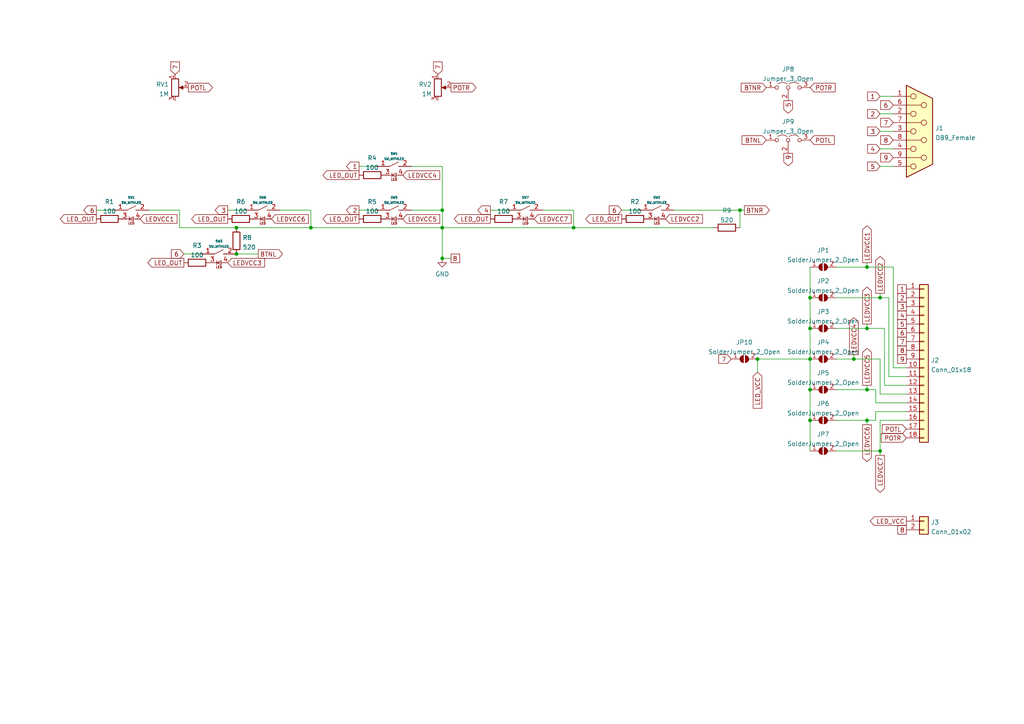
<source format=kicad_sch>
(kicad_sch (version 20211123) (generator eeschema)
  (paper "A4")
  (title_block (title "JoyKeyMX") (date "2022-10-11") (rev "A") (company "Decent Consulting"))
  (lib_symbols
    (symbol "Connector:DB9_Female" (pin_names (offset 1.016) hide)
      (property "Reference" "J" (at 0 13.97 0))
      (property "Value" "DB9_Female" (at 0 -14.605 0))
      (symbol "DB9_Female_0_1"
        (circle (center -1.778 -10.16) (radius 0.762))
        (circle (center -1.778 -5.08) (radius 0.762))
        (circle (center -1.778 0) (radius 0.762))
        (circle (center -1.778 5.08) (radius 0.762))
        (circle (center -1.778 10.16) (radius 0.762))
        (polyline (pts (xy -3.81 -10.16) (xy -2.54 -10.16)))
        (polyline (pts (xy -3.81 -7.62) (xy 0.508 -7.62)))
        (polyline (pts (xy -3.81 -5.08) (xy -2.54 -5.08)))
        (polyline (pts (xy -3.81 -2.54) (xy 0.508 -2.54)))
        (polyline (pts (xy -3.81 0) (xy -2.54 0)))
        (polyline (pts (xy -3.81 2.54) (xy 0.508 2.54)))
        (polyline (pts (xy -3.81 5.08) (xy -2.54 5.08)))
        (polyline (pts (xy -3.81 7.62) (xy 0.508 7.62)))
        (polyline (pts (xy -3.81 10.16) (xy -2.54 10.16)))
        (polyline (pts (xy -3.81 13.335) (xy -3.81 -13.335) (xy 3.81 -9.525) (xy 3.81 9.525) (xy -3.81 13.335)) (stroke (width 0.254)) (fill (type background)))
        (circle (center 1.27 -7.62) (radius 0.762))
        (circle (center 1.27 -2.54) (radius 0.762))
        (circle (center 1.27 2.54) (radius 0.762))
        (circle (center 1.27 7.62) (radius 0.762))
      )
      (symbol "DB9_Female_1_1"
        (pin passive line (at -7.62 10.16 0) (length 3.81) (name "1") (number "1"))
        (pin passive line (at -7.62 5.08 0) (length 3.81) (name "2") (number "2"))
        (pin passive line (at -7.62 0 0) (length 3.81) (name "3") (number "3"))
        (pin passive line (at -7.62 -5.08 0) (length 3.81) (name "4") (number "4"))
        (pin passive line (at -7.62 -10.16 0) (length 3.81) (name "5") (number "5"))
        (pin passive line (at -7.62 7.62 0) (length 3.81) (name "6") (number "6"))
        (pin passive line (at -7.62 2.54 0) (length 3.81) (name "7") (number "7"))
        (pin passive line (at -7.62 -2.54 0) (length 3.81) (name "8") (number "8"))
        (pin passive line (at -7.62 -7.62 0) (length 3.81) (name "9") (number "9"))
      )
    )
    (symbol "Connector_Generic:Conn_01x02" (pin_names (offset 1.016) hide)
      (property "Reference" "J" (at 0 2.54 0))
      (property "Value" "Conn_01x02" (at 0 -5.08 0))
      (symbol "Conn_01x02_1_1"
        (rectangle (start -1.27 -2.413) (end 0 -2.667) (stroke (width 0.1524)))
        (rectangle (start -1.27 0.127) (end 0 -0.127) (stroke (width 0.1524)))
        (rectangle (start -1.27 1.27) (end 1.27 -3.81) (stroke (width 0.254)) (fill (type background)))
        (pin passive line (at -5.08 0 0) (length 3.81) (name "Pin_1") (number "1"))
        (pin passive line (at -5.08 -2.54 0) (length 3.81) (name "Pin_2") (number "2"))
      )
    )
    (symbol "Connector_Generic:Conn_01x18" (pin_names (offset 1.016) hide)
      (property "Reference" "J" (at 0 22.86 0))
      (property "Value" "Conn_01x18" (at 0 -25.4 0))
      (symbol "Conn_01x18_1_1"
        (rectangle (start -1.27 -22.733) (end 0 -22.987) (stroke (width 0.1524)))
        (rectangle (start -1.27 -20.193) (end 0 -20.447) (stroke (width 0.1524)))
        (rectangle (start -1.27 -17.653) (end 0 -17.907) (stroke (width 0.1524)))
        (rectangle (start -1.27 -15.113) (end 0 -15.367) (stroke (width 0.1524)))
        (rectangle (start -1.27 -12.573) (end 0 -12.827) (stroke (width 0.1524)))
        (rectangle (start -1.27 -10.033) (end 0 -10.287) (stroke (width 0.1524)))
        (rectangle (start -1.27 -7.493) (end 0 -7.747) (stroke (width 0.1524)))
        (rectangle (start -1.27 -4.953) (end 0 -5.207) (stroke (width 0.1524)))
        (rectangle (start -1.27 -2.413) (end 0 -2.667) (stroke (width 0.1524)))
        (rectangle (start -1.27 0.127) (end 0 -0.127) (stroke (width 0.1524)))
        (rectangle (start -1.27 2.667) (end 0 2.413) (stroke (width 0.1524)))
        (rectangle (start -1.27 5.207) (end 0 4.953) (stroke (width 0.1524)))
        (rectangle (start -1.27 7.747) (end 0 7.493) (stroke (width 0.1524)))
        (rectangle (start -1.27 10.287) (end 0 10.033) (stroke (width 0.1524)))
        (rectangle (start -1.27 12.827) (end 0 12.573) (stroke (width 0.1524)))
        (rectangle (start -1.27 15.367) (end 0 15.113) (stroke (width 0.1524)))
        (rectangle (start -1.27 17.907) (end 0 17.653) (stroke (width 0.1524)))
        (rectangle (start -1.27 20.447) (end 0 20.193) (stroke (width 0.1524)))
        (rectangle (start -1.27 21.59) (end 1.27 -24.13) (stroke (width 0.254)) (fill (type background)))
        (pin passive line (at -5.08 20.32 0) (length 3.81) (name "Pin_1") (number "1"))
        (pin passive line (at -5.08 -2.54 0) (length 3.81) (name "Pin_10") (number "10"))
        (pin passive line (at -5.08 -5.08 0) (length 3.81) (name "Pin_11") (number "11"))
        (pin passive line (at -5.08 -7.62 0) (length 3.81) (name "Pin_12") (number "12"))
        (pin passive line (at -5.08 -10.16 0) (length 3.81) (name "Pin_13") (number "13"))
        (pin passive line (at -5.08 -12.7 0) (length 3.81) (name "Pin_14") (number "14"))
        (pin passive line (at -5.08 -15.24 0) (length 3.81) (name "Pin_15") (number "15"))
        (pin passive line (at -5.08 -17.78 0) (length 3.81) (name "Pin_16") (number "16"))
        (pin passive line (at -5.08 -20.32 0) (length 3.81) (name "Pin_17") (number "17"))
        (pin passive line (at -5.08 -22.86 0) (length 3.81) (name "Pin_18") (number "18"))
        (pin passive line (at -5.08 17.78 0) (length 3.81) (name "Pin_2") (number "2"))
        (pin passive line (at -5.08 15.24 0) (length 3.81) (name "Pin_3") (number "3"))
        (pin passive line (at -5.08 12.7 0) (length 3.81) (name "Pin_4") (number "4"))
        (pin passive line (at -5.08 10.16 0) (length 3.81) (name "Pin_5") (number "5"))
        (pin passive line (at -5.08 7.62 0) (length 3.81) (name "Pin_6") (number "6"))
        (pin passive line (at -5.08 5.08 0) (length 3.81) (name "Pin_7") (number "7"))
        (pin passive line (at -5.08 2.54 0) (length 3.81) (name "Pin_8") (number "8"))
        (pin passive line (at -5.08 0 0) (length 3.81) (name "Pin_9") (number "9"))
      )
    )
    (symbol "Device:R" (pin_numbers hide) (pin_names (offset 0))
      (property "Reference" "R" (at 2.032 0 90))
      (property "Value" "R" (at 0 0 90))
      (symbol "R_0_1"
        (rectangle (start -1.016 -2.54) (end 1.016 2.54) (stroke (width 0.254)))
      )
      (symbol "R_1_1"
        (pin passive line (at 0 3.81 270) (length 1.27) (name "~") (number "1"))
        (pin passive line (at 0 -3.81 90) (length 1.27) (name "~") (number "2"))
      )
    )
    (symbol "Device:R_Potentiometer" (pin_names (offset 1.016) hide)
      (property "Reference" "RV" (at -4.445 0 90))
      (property "Value" "R_Potentiometer" (at -2.54 0 90))
      (symbol "R_Potentiometer_0_1"
        (polyline (pts (xy 2.54 0) (xy 1.524 0)))
        (polyline (pts (xy 1.143 0) (xy 2.286 0.508) (xy 2.286 -0.508) (xy 1.143 0)) (fill (type outline)))
        (rectangle (start 1.016 2.54) (end -1.016 -2.54) (stroke (width 0.254)))
      )
      (symbol "R_Potentiometer_1_1"
        (pin passive line (at 0 3.81 270) (length 1.27) (name "1") (number "1"))
        (pin passive line (at 3.81 0 180) (length 1.27) (name "2") (number "2"))
        (pin passive line (at 0 -3.81 90) (length 1.27) (name "3") (number "3"))
      )
    )
    (symbol "Jumper:Jumper_3_Open" (pin_names (offset 0) hide)
      (property "Reference" "JP" (at -2.54 -2.54 0))
      (property "Value" "Jumper_3_Open" (at 0 2.794 0))
      (symbol "Jumper_3_Open_0_0"
        (circle (center -3.302 0) (radius 0.508))
        (circle (center 0 0) (radius 0.508))
        (circle (center 3.302 0) (radius 0.508))
      )
      (symbol "Jumper_3_Open_0_1"
        (arc (start -0.254 1.016) (mid -1.651 1.4992) (end -3.048 1.016))
        (polyline (pts (xy 0 -0.508) (xy 0 -1.27)))
        (arc (start 3.048 1.016) (mid 1.651 1.4992) (end 0.254 1.016))
      )
      (symbol "Jumper_3_Open_1_1"
        (pin passive line (at -6.35 0 0) (length 2.54) (name "A") (number "1"))
        (pin input line (at 0 -3.81 90) (length 2.54) (name "C") (number "2"))
        (pin passive line (at 6.35 0 180) (length 2.54) (name "B") (number "3"))
      )
    )
    (symbol "Jumper:SolderJumper_2_Open" (pin_names (offset 0) hide)
      (property "Reference" "JP" (at 0 2.032 0))
      (property "Value" "SolderJumper_2_Open" (at 0 -2.54 0))
      (symbol "SolderJumper_2_Open_0_1"
        (arc (start -0.254 1.016) (mid -1.27 0) (end -0.254 -1.016))
        (arc (start -0.254 1.016) (mid -1.27 0) (end -0.254 -1.016) (fill (type outline)))
        (polyline (pts (xy -0.254 1.016) (xy -0.254 -1.016)))
        (polyline (pts (xy 0.254 1.016) (xy 0.254 -1.016)))
        (arc (start 0.254 -1.016) (mid 1.27 0) (end 0.254 1.016))
        (arc (start 0.254 -1.016) (mid 1.27 0) (end 0.254 1.016) (fill (type outline)))
      )
      (symbol "SolderJumper_2_Open_1_1"
        (pin passive line (at -3.81 0 0) (length 2.54) (name "A") (number "1"))
        (pin passive line (at 3.81 0 180) (length 2.54) (name "B") (number "2"))
      )
    )
    (symbol "UniversalSwitchWithLED:SW_WITHLED" (pin_names (offset 1.016))
      (property "Reference" "SW" (at 0 -0.635 0))
      (property "Value" "SW_WITHLED" (at 0 2.54 0))
      (symbol "SW_WITHLED_0_0"
        (text "LED" (at 0 -3.81 0) (effects (font (size 0.635 0.635))))
      )
      (symbol "SW_WITHLED_0_1"
        (polyline (pts (xy -1.27 0) (xy 1.27 1.27)))
        (polyline (pts (xy -0.635 -3.175) (xy -0.635 -1.905)))
        (polyline (pts (xy 1.27 -2.54) (xy -1.27 -2.54)))
        (polyline (pts (xy -0.635 -2.54) (xy 0.635 -1.905) (xy 0.635 -3.175) (xy -0.635 -2.54)))
      )
      (symbol "SW_WITHLED_1_1"
        (pin input line (at -5.08 0 0) (length 3.81) (name "~") (number "1"))
        (pin input line (at 5.08 0 180) (length 3.81) (name "~") (number "2"))
        (pin input line (at -2.54 -2.54 0) (length 1.27) (name "~") (number "3"))
        (pin input line (at 2.54 -2.54 180) (length 1.27) (name "~") (number "4"))
      )
    )
    (symbol "power:GND" (power) (pin_names (offset 0))
      (property "Value" "GND" (at 0 -3.81 0))
      (symbol "GND_0_1"
        (polyline (pts (xy 0 0) (xy 0 -1.27) (xy 1.27 -1.27) (xy 0 -2.54) (xy -1.27 -1.27) (xy 0 -1.27)))
      )
      (symbol "GND_1_1"
        (pin power_in line (at 0 0 270) (length 0) hide (name "GND") (number "1"))
      )
    )
  )
  (junction (at 255.27 130.81))
  (junction (at 128.27 60.96))
  (junction (at 234.95 95.25))
  (junction (at 166.37 66.04))
  (junction (at 255.27 86.36))
  (junction (at 128.27 74.93))
  (junction (at 128.27 66.04))
  (junction (at 251.46 121.92))
  (junction (at 251.46 95.25))
  (junction (at 251.46 113.03))
  (junction (at 214.63 60.96))
  (junction (at 234.95 104.14))
  (junction (at 251.46 77.47))
  (junction (at 234.95 86.36))
  (junction (at 234.95 113.03))
  (junction (at 219.71 104.14))
  (junction (at 247.65 104.14))
  (junction (at 68.58 66.04))
  (junction (at 234.95 121.92))
  (junction (at 68.58 73.66))
  (junction (at 90.17 66.04))
  (wire (pts (xy 234.95 104.14) (xy 234.95 113.03)))
  (wire (pts (xy 255.27 114.3) (xy 255.27 104.14)))
  (wire (pts (xy 255.27 27.94) (xy 259.08 27.94)))
  (wire (pts (xy 255.27 121.92) (xy 262.89 121.92)))
  (wire (pts (xy 257.81 86.36) (xy 255.27 86.36)))
  (wire (pts (xy 234.95 86.36) (xy 234.95 95.25)))
  (wire (pts (xy 255.27 33.02) (xy 259.08 33.02)))
  (wire (pts (xy 128.27 60.96) (xy 128.27 66.04)))
  (wire (pts (xy 142.24 60.96) (xy 147.32 60.96)))
  (wire (pts (xy 251.46 77.47) (xy 242.57 77.47)))
  (wire (pts (xy 251.46 111.76) (xy 251.46 113.03)))
  (wire (pts (xy 259.08 106.68) (xy 262.89 106.68)))
  (wire (pts (xy 104.14 60.96) (xy 109.22 60.96)))
  (wire (pts (xy 234.95 121.92) (xy 234.95 130.81)))
  (wire (pts (xy 81.28 60.96) (xy 90.17 60.96)))
  (wire (pts (xy 251.46 76.2) (xy 251.46 77.47)))
  (wire (pts (xy 251.46 121.92) (xy 251.46 123.19)))
  (wire (pts (xy 254 121.92) (xy 251.46 121.92)))
  (wire (pts (xy 254 116.84) (xy 262.89 116.84)))
  (wire (pts (xy 215.9 60.96) (xy 214.63 60.96)))
  (wire (pts (xy 255.27 130.81) (xy 255.27 132.08)))
  (wire (pts (xy 66.04 60.96) (xy 71.12 60.96)))
  (wire (pts (xy 247.65 102.87) (xy 247.65 104.14)))
  (wire (pts (xy 257.81 109.22) (xy 262.89 109.22)))
  (wire (pts (xy 128.27 60.96) (xy 119.38 60.96)))
  (wire (pts (xy 251.46 113.03) (xy 242.57 113.03)))
  (wire (pts (xy 255.27 48.26) (xy 259.08 48.26)))
  (wire (pts (xy 251.46 93.98) (xy 251.46 95.25)))
  (wire (pts (xy 254 113.03) (xy 251.46 113.03)))
  (wire (pts (xy 130.81 74.93) (xy 128.27 74.93)))
  (wire (pts (xy 251.46 95.25) (xy 242.57 95.25)))
  (wire (pts (xy 214.63 60.96) (xy 214.63 66.04)))
  (wire (pts (xy 256.54 111.76) (xy 262.89 111.76)))
  (wire (pts (xy 255.27 104.14) (xy 247.65 104.14)))
  (wire (pts (xy 255.27 130.81) (xy 255.27 121.92)))
  (wire (pts (xy 214.63 60.96) (xy 195.58 60.96)))
  (wire (pts (xy 219.71 107.95) (xy 219.71 104.14)))
  (wire (pts (xy 166.37 66.04) (xy 207.01 66.04)))
  (wire (pts (xy 254 116.84) (xy 254 113.03)))
  (wire (pts (xy 256.54 111.76) (xy 256.54 95.25)))
  (wire (pts (xy 68.58 73.66) (xy 74.93 73.66)))
  (wire (pts (xy 255.27 114.3) (xy 262.89 114.3)))
  (wire (pts (xy 119.38 48.26) (xy 128.27 48.26)))
  (wire (pts (xy 52.07 66.04) (xy 68.58 66.04)))
  (wire (pts (xy 128.27 48.26) (xy 128.27 60.96)))
  (wire (pts (xy 259.08 77.47) (xy 251.46 77.47)))
  (wire (pts (xy 257.81 109.22) (xy 257.81 86.36)))
  (wire (pts (xy 157.48 60.96) (xy 166.37 60.96)))
  (wire (pts (xy 259.08 106.68) (xy 259.08 77.47)))
  (wire (pts (xy 254 119.38) (xy 262.89 119.38)))
  (wire (pts (xy 255.27 130.81) (xy 242.57 130.81)))
  (wire (pts (xy 52.07 60.96) (xy 52.07 66.04)))
  (wire (pts (xy 251.46 121.92) (xy 242.57 121.92)))
  (wire (pts (xy 255.27 43.18) (xy 259.08 43.18)))
  (wire (pts (xy 90.17 60.96) (xy 90.17 66.04)))
  (wire (pts (xy 27.94 60.96) (xy 33.02 60.96)))
  (wire (pts (xy 255.27 86.36) (xy 242.57 86.36)))
  (wire (pts (xy 68.58 66.04) (xy 90.17 66.04)))
  (wire (pts (xy 219.71 104.14) (xy 234.95 104.14)))
  (wire (pts (xy 180.34 60.96) (xy 185.42 60.96)))
  (wire (pts (xy 166.37 60.96) (xy 166.37 66.04)))
  (wire (pts (xy 254 119.38) (xy 254 121.92)))
  (wire (pts (xy 247.65 104.14) (xy 242.57 104.14)))
  (wire (pts (xy 128.27 66.04) (xy 166.37 66.04)))
  (wire (pts (xy 43.18 60.96) (xy 52.07 60.96)))
  (wire (pts (xy 53.34 73.66) (xy 58.42 73.66)))
  (wire (pts (xy 104.14 48.26) (xy 109.22 48.26)))
  (wire (pts (xy 255.27 38.1) (xy 259.08 38.1)))
  (wire (pts (xy 234.95 77.47) (xy 234.95 86.36)))
  (wire (pts (xy 255.27 85.09) (xy 255.27 86.36)))
  (wire (pts (xy 234.95 113.03) (xy 234.95 121.92)))
  (wire (pts (xy 90.17 66.04) (xy 128.27 66.04)))
  (wire (pts (xy 128.27 74.93) (xy 128.27 66.04)))
  (wire (pts (xy 256.54 95.25) (xy 251.46 95.25)))
  (wire (pts (xy 234.95 95.25) (xy 234.95 104.14)))
  (global_label "2" (shape output) (at 104.14 60.96 180) (property "Intersheet References" "${INTERSHEET_REFS}" (effects hide)))
  (global_label "7" (shape input) (at 259.08 35.56 180) (property "Intersheet References" "${INTERSHEET_REFS}" (effects hide)))
  (global_label "6" (shape input) (at 53.34 73.66 180) (property "Intersheet References" "${INTERSHEET_REFS}" (effects hide)))
  (global_label "LEDVCC7" (shape input) (at 154.94 63.5 0) (property "Intersheet References" "${INTERSHEET_REFS}" (effects hide)))
  (global_label "3" (shape passive) (at 262.89 88.9 180) (property "Intersheet References" "${INTERSHEET_REFS}" (effects hide)))
  (global_label "POTR" (shape output) (at 130.81 25.4 0) (property "Intersheet References" "${INTERSHEET_REFS}" (effects hide)))
  (global_label "9" (shape passive) (at 262.89 104.14 180) (property "Intersheet References" "${INTERSHEET_REFS}" (effects hide)))
  (global_label "3" (shape output) (at 66.04 60.96 180) (property "Intersheet References" "${INTERSHEET_REFS}" (effects hide)))
  (global_label "LED_OUT" (shape output) (at 53.34 76.2 180) (property "Intersheet References" "${INTERSHEET_REFS}" (effects hide)))
  (global_label "LEDVCC6" (shape output) (at 251.46 123.19 270) (property "Intersheet References" "${INTERSHEET_REFS}" (effects hide)))
  (global_label "7" (shape input) (at 212.09 104.14 180) (property "Intersheet References" "${INTERSHEET_REFS}" (effects hide)))
  (global_label "8" (shape input) (at 259.08 40.64 180) (property "Intersheet References" "${INTERSHEET_REFS}" (effects hide)))
  (global_label "8" (shape passive) (at 262.89 101.6 180) (property "Intersheet References" "${INTERSHEET_REFS}" (effects hide)))
  (global_label "LEDVCC3" (shape input) (at 66.04 76.2 0) (property "Intersheet References" "${INTERSHEET_REFS}" (effects hide)))
  (global_label "LEDVCC4" (shape output) (at 247.65 102.87 90) (property "Intersheet References" "${INTERSHEET_REFS}" (effects hide)))
  (global_label "POTL" (shape input) (at 262.89 124.46 180) (property "Intersheet References" "${INTERSHEET_REFS}" (effects hide)))
  (global_label "LEDVCC7" (shape output) (at 255.27 132.08 270) (property "Intersheet References" "${INTERSHEET_REFS}" (effects hide)))
  (global_label "9" (shape input) (at 259.08 45.72 180) (property "Intersheet References" "${INTERSHEET_REFS}" (effects hide)))
  (global_label "LED_OUT" (shape output) (at 142.24 63.5 180) (property "Intersheet References" "${INTERSHEET_REFS}" (effects hide)))
  (global_label "LEDVCC6" (shape input) (at 78.74 63.5 0) (property "Intersheet References" "${INTERSHEET_REFS}" (effects hide)))
  (global_label "LEDVCC1" (shape output) (at 251.46 76.2 90) (property "Intersheet References" "${INTERSHEET_REFS}" (effects hide)))
  (global_label "POTL" (shape output) (at 54.61 25.4 0) (property "Intersheet References" "${INTERSHEET_REFS}" (effects hide)))
  (global_label "POTR" (shape input) (at 262.89 127 180) (property "Intersheet References" "${INTERSHEET_REFS}" (effects hide)))
  (global_label "LEDVCC4" (shape input) (at 116.84 50.8 0) (property "Intersheet References" "${INTERSHEET_REFS}" (effects hide)))
  (global_label "LED_VCC" (shape input) (at 219.71 107.95 270) (property "Intersheet References" "${INTERSHEET_REFS}" (effects hide)))
  (global_label "POTR" (shape input) (at 234.95 25.4 0) (property "Intersheet References" "${INTERSHEET_REFS}" (effects hide)))
  (global_label "5" (shape passive) (at 262.89 93.98 180) (property "Intersheet References" "${INTERSHEET_REFS}" (effects hide)))
  (global_label "BTNR" (shape output) (at 215.9 60.96 0) (property "Intersheet References" "${INTERSHEET_REFS}" (effects hide)))
  (global_label "9" (shape output) (at 228.6 44.45 270) (property "Intersheet References" "${INTERSHEET_REFS}" (effects hide)))
  (global_label "LED_OUT" (shape output) (at 180.34 63.5 180) (property "Intersheet References" "${INTERSHEET_REFS}" (effects hide)))
  (global_label "7" (shape input) (at 50.8 21.59 90) (property "Intersheet References" "${INTERSHEET_REFS}" (effects hide)))
  (global_label "LED_OUT" (shape output) (at 104.14 50.8 180) (property "Intersheet References" "${INTERSHEET_REFS}" (effects hide)))
  (global_label "LEDVCC2" (shape output) (at 255.27 85.09 90) (property "Intersheet References" "${INTERSHEET_REFS}" (effects hide)))
  (global_label "LEDVCC5" (shape input) (at 116.84 63.5 0) (property "Intersheet References" "${INTERSHEET_REFS}" (effects hide)))
  (global_label "LEDVCC2" (shape input) (at 193.04 63.5 0) (property "Intersheet References" "${INTERSHEET_REFS}" (effects hide)))
  (global_label "LEDVCC1" (shape input) (at 40.64 63.5 0) (property "Intersheet References" "${INTERSHEET_REFS}" (effects hide)))
  (global_label "7" (shape passive) (at 262.89 99.06 180) (property "Intersheet References" "${INTERSHEET_REFS}" (effects hide)))
  (global_label "1" (shape output) (at 104.14 48.26 180) (property "Intersheet References" "${INTERSHEET_REFS}" (effects hide)))
  (global_label "POTL" (shape input) (at 234.95 40.64 0) (property "Intersheet References" "${INTERSHEET_REFS}" (effects hide)))
  (global_label "5" (shape input) (at 255.27 48.26 180) (property "Intersheet References" "${INTERSHEET_REFS}" (effects hide)))
  (global_label "BTNL" (shape input) (at 222.25 40.64 180) (property "Intersheet References" "${INTERSHEET_REFS}" (effects hide)))
  (global_label "5" (shape output) (at 228.6 29.21 270) (property "Intersheet References" "${INTERSHEET_REFS}" (effects hide)))
  (global_label "3" (shape input) (at 255.27 38.1 180) (property "Intersheet References" "${INTERSHEET_REFS}" (effects hide)))
  (global_label "4" (shape passive) (at 262.89 91.44 180) (property "Intersheet References" "${INTERSHEET_REFS}" (effects hide)))
  (global_label "6" (shape output) (at 27.94 60.96 180) (property "Intersheet References" "${INTERSHEET_REFS}" (effects hide)))
  (global_label "LED_OUT" (shape output) (at 104.14 63.5 180) (property "Intersheet References" "${INTERSHEET_REFS}" (effects hide)))
  (global_label "LEDVCC3" (shape output) (at 251.46 93.98 90) (property "Intersheet References" "${INTERSHEET_REFS}" (effects hide)))
  (global_label "4" (shape output) (at 142.24 60.96 180) (property "Intersheet References" "${INTERSHEET_REFS}" (effects hide)))
  (global_label "LED_VCC" (shape output) (at 262.89 151.13 180) (property "Intersheet References" "${INTERSHEET_REFS}" (effects hide)))
  (global_label "1" (shape passive) (at 262.89 83.82 180) (property "Intersheet References" "${INTERSHEET_REFS}" (effects hide)))
  (global_label "1" (shape input) (at 255.27 27.94 180) (property "Intersheet References" "${INTERSHEET_REFS}" (effects hide)))
  (global_label "6" (shape input) (at 180.34 60.96 180) (property "Intersheet References" "${INTERSHEET_REFS}" (effects hide)))
  (global_label "BTNL" (shape output) (at 74.93 73.66 0) (property "Intersheet References" "${INTERSHEET_REFS}" (effects hide)))
  (global_label "BTNR" (shape input) (at 222.25 25.4 180) (property "Intersheet References" "${INTERSHEET_REFS}" (effects hide)))
  (global_label "LED_OUT" (shape output) (at 66.04 63.5 180) (property "Intersheet References" "${INTERSHEET_REFS}" (effects hide)))
  (global_label "6" (shape passive) (at 262.89 96.52 180) (property "Intersheet References" "${INTERSHEET_REFS}" (effects hide)))
  (global_label "8" (shape passive) (at 130.81 74.93 0) (property "Intersheet References" "${INTERSHEET_REFS}" (effects hide)))
  (global_label "8" (shape passive) (at 262.89 153.67 180) (property "Intersheet References" "${INTERSHEET_REFS}" (effects hide)))
  (global_label "2" (shape input) (at 255.27 33.02 180) (property "Intersheet References" "${INTERSHEET_REFS}" (effects hide)))
  (global_label "7" (shape input) (at 127 21.59 90) (property "Intersheet References" "${INTERSHEET_REFS}" (effects hide)))
  (global_label "2" (shape passive) (at 262.89 86.36 180) (property "Intersheet References" "${INTERSHEET_REFS}" (effects hide)))
  (global_label "LEDVCC5" (shape output) (at 251.46 111.76 90) (property "Intersheet References" "${INTERSHEET_REFS}" (effects hide)))
  (global_label "4" (shape input) (at 255.27 43.18 180) (property "Intersheet References" "${INTERSHEET_REFS}" (effects hide)))
  (global_label "LED_OUT" (shape output) (at 27.94 63.5 180) (property "Intersheet References" "${INTERSHEET_REFS}" (effects hide)))
  (global_label "6" (shape input) (at 259.08 30.48 180) (property "Intersheet References" "${INTERSHEET_REFS}" (effects hide)))
  (symbol (lib_id "Device:R") (at 107.95 63.5 90) (unit 1)
    (property "Reference" "R5" (at 107.95 58.5175 90))
    (property "Value" "100" (at 107.95 61.2926 90))
    (property "Footprint" "Resistor_THT:R_Axial_DIN0207_L6.3mm_D2.5mm_P7.62mm_Horizontal" (effects hide))
  )
  (symbol (lib_id "Jumper:SolderJumper_2_Open") (at 238.76 121.92 0) (unit 1)
    (property "Reference" "JP6" (at 238.76 117.0645 0))
    (property "Value" "SolderJumper_2_Open" (at 238.76 119.8396 0))
    (property "Footprint" "Jumper:SolderJumper-2_P1.3mm_Open_TrianglePad1.0x1.5mm" (effects hide))
  )
  (symbol (lib_id "Jumper:SolderJumper_2_Open") (at 238.76 113.03 0) (unit 1)
    (property "Reference" "JP5" (at 238.76 108.1745 0))
    (property "Value" "SolderJumper_2_Open" (at 238.76 110.9496 0))
    (property "Footprint" "Jumper:SolderJumper-2_P1.3mm_Open_TrianglePad1.0x1.5mm" (effects hide))
  )
  (symbol (lib_id "power:GND") (at 128.27 74.93 0) (unit 1)
    (property "Reference" "#PWR0102" (effects hide))
    (property "Value" "GND" (at 128.27 79.4925 0))
  )
  (symbol (lib_id "Jumper:SolderJumper_2_Open") (at 238.76 104.14 0) (unit 1)
    (property "Reference" "JP4" (at 238.76 99.2845 0))
    (property "Value" "SolderJumper_2_Open" (at 238.76 102.0596 0))
    (property "Footprint" "Jumper:SolderJumper-2_P1.3mm_Open_TrianglePad1.0x1.5mm" (effects hide))
  )
  (symbol (lib_id "Connector:DB9_Female") (at 266.7 38.1 0) (unit 1)
    (property "Reference" "J1" (at 271.272 37.1915 0) (effects (justify left)))
    (property "Value" "DB9_Female" (at 271.272 39.9666 0) (effects (justify left)))
    (property "Footprint" "Connector_Dsub:DSUB-9_Female_Horizontal_P2.77x2.54mm_EdgePinOffset9.40mm" (effects hide))
    (property "Datasheet" " ~" (effects hide))
  )
  (symbol (lib_id "UniversalSwitchWithLED:SW_WITHLED") (at 38.1 60.96 0) (unit 1)
    (property "Reference" "SW1" (at 38.1 57.2622 0) (effects (font (size 0.635 0.635))))
    (property "Value" "SW_WITHLED" (at 38.1 58.7768 0) (effects (font (size 0.635 0.635))))
    (property "Footprint" "Universal-Switch-Footprint:MX-ALPs-PG1350-LED-FLIP" (effects hide))
  )
  (symbol (lib_id "Device:R") (at 184.15 63.5 90) (unit 1)
    (property "Reference" "R2" (at 184.15 58.5175 90))
    (property "Value" "100" (at 184.15 61.2926 90))
    (property "Footprint" "Resistor_THT:R_Axial_DIN0207_L6.3mm_D2.5mm_P7.62mm_Horizontal" (effects hide))
  )
  (symbol (lib_id "Device:R") (at 68.58 69.85 0) (unit 1)
    (property "Reference" "R8" (at 70.358 68.9415 0) (effects (justify left)))
    (property "Value" "520" (at 70.358 71.7166 0) (effects (justify left)))
    (property "Footprint" "Resistor_THT:R_Axial_DIN0207_L6.3mm_D2.5mm_P7.62mm_Horizontal" (effects hide))
  )
  (symbol (lib_id "UniversalSwitchWithLED:SW_WITHLED") (at 190.5 60.96 0) (unit 1)
    (property "Reference" "SW2" (at 190.5 57.2622 0) (effects (font (size 0.635 0.635))))
    (property "Value" "SW_WITHLED" (at 190.5 58.7768 0) (effects (font (size 0.635 0.635))))
    (property "Footprint" "Universal-Switch-Footprint:MX-ALPs-PG1350-LED-FLIP" (effects hide))
  )
  (symbol (lib_id "Device:R") (at 57.15 76.2 90) (unit 1)
    (property "Reference" "R3" (at 57.15 71.2175 90))
    (property "Value" "100" (at 57.15 73.9926 90))
    (property "Footprint" "Resistor_THT:R_Axial_DIN0207_L6.3mm_D2.5mm_P7.62mm_Horizontal" (effects hide))
  )
  (symbol (lib_id "UniversalSwitchWithLED:SW_WITHLED") (at 152.4 60.96 0) (unit 1)
    (property "Reference" "SW7" (at 152.4 57.2622 0) (effects (font (size 0.635 0.635))))
    (property "Value" "SW_WITHLED" (at 152.4 58.7768 0) (effects (font (size 0.635 0.635))))
    (property "Footprint" "Universal-Switch-Footprint:MX-ALPs-PG1350-LED-FLIP" (effects hide))
  )
  (symbol (lib_id "Device:R") (at 210.82 66.04 90) (unit 1)
    (property "Reference" "R9" (at 210.82 61.0575 90))
    (property "Value" "520" (at 210.82 63.8326 90))
    (property "Footprint" "Resistor_THT:R_Axial_DIN0207_L6.3mm_D2.5mm_P7.62mm_Horizontal" (effects hide))
  )
  (symbol (lib_id "UniversalSwitchWithLED:SW_WITHLED") (at 114.3 60.96 0) (unit 1)
    (property "Reference" "SW5" (at 114.3 57.2622 0) (effects (font (size 0.635 0.635))))
    (property "Value" "SW_WITHLED" (at 114.3 58.7768 0) (effects (font (size 0.635 0.635))))
    (property "Footprint" "Universal-Switch-Footprint:MX-ALPs-PG1350-LED-FLIP" (effects hide))
  )
  (symbol (lib_id "Jumper:SolderJumper_2_Open") (at 238.76 95.25 0) (unit 1)
    (property "Reference" "JP3" (at 238.76 90.3945 0))
    (property "Value" "SolderJumper_2_Open" (at 238.76 93.1696 0))
    (property "Footprint" "Jumper:SolderJumper-2_P1.3mm_Open_TrianglePad1.0x1.5mm" (effects hide))
  )
  (symbol (lib_id "Device:R_Potentiometer") (at 127 25.4 0) (unit 1)
    (property "Reference" "RV2" (at 125.2221 24.4915 0) (effects (justify right)))
    (property "Value" "1M" (at 125.2221 27.2666 0) (effects (justify right)))
    (property "Footprint" "Potentiometer_THT:Potentiometer_Bourns_PTV09A-1_Single_Vertical" (effects hide))
  )
  (symbol (lib_id "UniversalSwitchWithLED:SW_WITHLED") (at 114.3 48.26 0) (unit 1)
    (property "Reference" "SW4" (at 114.3 44.5622 0) (effects (font (size 0.635 0.635))))
    (property "Value" "SW_WITHLED" (at 114.3 46.0768 0) (effects (font (size 0.635 0.635))))
    (property "Footprint" "Universal-Switch-Footprint:MX-ALPs-PG1350-LED-FLIP" (effects hide))
  )
  (symbol (lib_id "Jumper:SolderJumper_2_Open") (at 215.9 104.14 0) (unit 1)
    (property "Reference" "JP10" (at 215.9 99.2845 0))
    (property "Value" "SolderJumper_2_Open" (at 215.9 102.0596 0))
    (property "Footprint" "Jumper:SolderJumper-2_P1.3mm_Open_RoundedPad1.0x1.5mm" (effects hide))
  )
  (symbol (lib_id "Jumper:Jumper_3_Open") (at 228.6 25.4 0) (unit 1)
    (property "Reference" "JP8" (at 228.6 20.0613 0))
    (property "Value" "Jumper_3_Open" (at 228.6 22.8364 0))
    (property "Footprint" "Connector_PinHeader_2.54mm:PinHeader_1x03_P2.54mm_Horizontal" (effects hide))
  )
  (symbol (lib_id "Device:R") (at 69.85 63.5 90) (unit 1)
    (property "Reference" "R6" (at 69.85 58.5175 90))
    (property "Value" "100" (at 69.85 61.2926 90))
    (property "Footprint" "Resistor_THT:R_Axial_DIN0207_L6.3mm_D2.5mm_P7.62mm_Horizontal" (effects hide))
  )
  (symbol (lib_id "Device:R") (at 107.95 50.8 90) (unit 1)
    (property "Reference" "R4" (at 107.95 45.8175 90))
    (property "Value" "100" (at 107.95 48.5926 90))
    (property "Footprint" "Resistor_THT:R_Axial_DIN0207_L6.3mm_D2.5mm_P7.62mm_Horizontal" (effects hide))
  )
  (symbol (lib_id "Jumper:SolderJumper_2_Open") (at 238.76 86.36 0) (unit 1)
    (property "Reference" "JP2" (at 238.76 81.5045 0))
    (property "Value" "SolderJumper_2_Open" (at 238.76 84.2796 0))
    (property "Footprint" "Jumper:SolderJumper-2_P1.3mm_Open_TrianglePad1.0x1.5mm" (effects hide))
  )
  (symbol (lib_id "UniversalSwitchWithLED:SW_WITHLED") (at 63.5 73.66 0) (unit 1)
    (property "Reference" "SW3" (at 63.5 69.9622 0) (effects (font (size 0.635 0.635))))
    (property "Value" "SW_WITHLED" (at 63.5 71.4768 0) (effects (font (size 0.635 0.635))))
    (property "Footprint" "Universal-Switch-Footprint:MX-ALPs-PG1350-LED-FLIP" (effects hide))
  )
  (symbol (lib_id "Device:R") (at 31.75 63.5 90) (unit 1)
    (property "Reference" "R1" (at 31.75 58.5175 90))
    (property "Value" "100" (at 31.75 61.2926 90))
    (property "Footprint" "Resistor_THT:R_Axial_DIN0207_L6.3mm_D2.5mm_P7.62mm_Horizontal" (effects hide))
  )
  (symbol (lib_id "Connector_Generic:Conn_01x02") (at 267.97 151.13 0) (unit 1)
    (property "Reference" "J3" (at 270.002 151.4915 0) (effects (justify left)))
    (property "Value" "Conn_01x02" (at 270.002 154.2666 0) (effects (justify left)))
    (property "Footprint" "Connector_PinHeader_2.54mm:PinHeader_1x02_P2.54mm_Vertical" (effects hide))
  )
  (symbol (lib_id "UniversalSwitchWithLED:SW_WITHLED") (at 76.2 60.96 0) (unit 1)
    (property "Reference" "SW6" (at 76.2 57.2622 0) (effects (font (size 0.635 0.635))))
    (property "Value" "SW_WITHLED" (at 76.2 58.7768 0) (effects (font (size 0.635 0.635))))
    (property "Footprint" "Universal-Switch-Footprint:MX-ALPs-PG1350-LED-FLIP" (effects hide))
  )
  (symbol (lib_id "Jumper:SolderJumper_2_Open") (at 238.76 130.81 0) (unit 1)
    (property "Reference" "JP7" (at 238.76 125.9545 0))
    (property "Value" "SolderJumper_2_Open" (at 238.76 128.7296 0))
    (property "Footprint" "Jumper:SolderJumper-2_P1.3mm_Open_TrianglePad1.0x1.5mm" (effects hide))
  )
  (symbol (lib_id "Device:R") (at 146.05 63.5 90) (unit 1)
    (property "Reference" "R7" (at 146.05 58.5175 90))
    (property "Value" "100" (at 146.05 61.2926 90))
    (property "Footprint" "Resistor_THT:R_Axial_DIN0207_L6.3mm_D2.5mm_P7.62mm_Horizontal" (effects hide))
  )
  (symbol (lib_id "Jumper:SolderJumper_2_Open") (at 238.76 77.47 0) (unit 1)
    (property "Reference" "JP1" (at 238.76 72.6145 0))
    (property "Value" "SolderJumper_2_Open" (at 238.76 75.3896 0))
    (property "Footprint" "Jumper:SolderJumper-2_P1.3mm_Open_TrianglePad1.0x1.5mm" (effects hide))
  )
  (symbol (lib_id "Device:R_Potentiometer") (at 50.8 25.4 0) (unit 1)
    (property "Reference" "RV1" (at 49.0221 24.4915 0) (effects (justify right)))
    (property "Value" "1M" (at 49.0221 27.2666 0) (effects (justify right)))
    (property "Footprint" "Potentiometer_THT:Potentiometer_Bourns_PTV09A-1_Single_Vertical" (effects hide))
  )
  (symbol (lib_id "Jumper:Jumper_3_Open") (at 228.6 40.64 0) (unit 1)
    (property "Reference" "JP9" (at 228.6 35.3013 0))
    (property "Value" "Jumper_3_Open" (at 228.6 38.0764 0))
    (property "Footprint" "Connector_PinHeader_2.54mm:PinHeader_1x03_P2.54mm_Horizontal" (effects hide))
  )
  (symbol (lib_id "Connector_Generic:Conn_01x18") (at 267.97 104.14 0) (unit 1)
    (property "Reference" "J2" (at 270.002 104.5015 0) (effects (justify left)))
    (property "Value" "Conn_01x18" (at 270.002 107.2766 0) (effects (justify left)))
    (property "Footprint" "Connector_PinHeader_2.54mm:PinHeader_1x18_P2.54mm_Vertical" (effects hide))
  )
)
</source>
